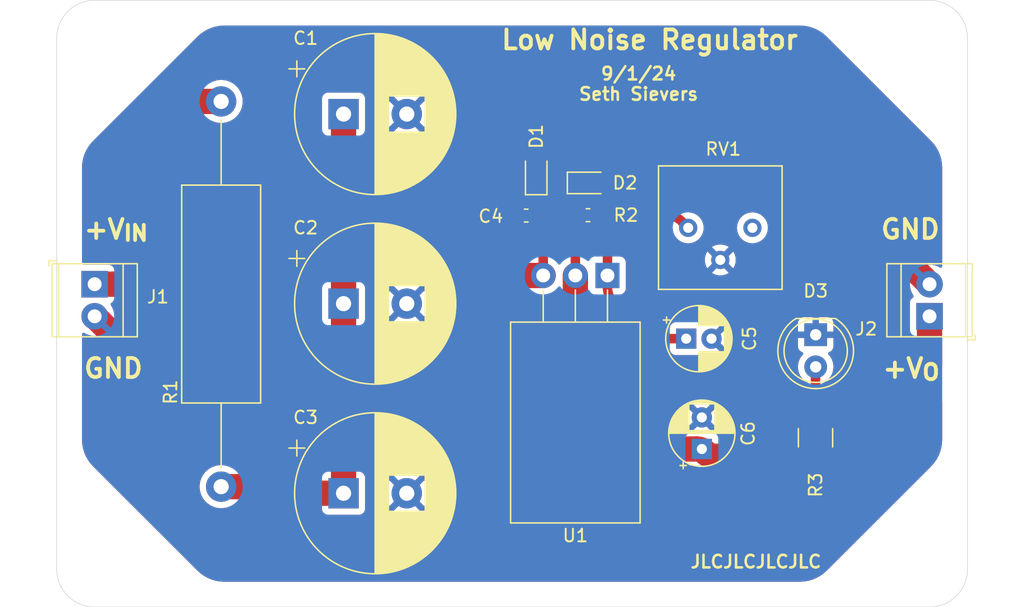
<source format=kicad_pcb>
(kicad_pcb (version 20240108) (generator "pcbnew") (generator_version "8.0")
  (title_block (title "Power Filter") (date "2024-08-31") (rev "V1.0") (company "Seth Sievers"))
  (layers (0 "F.Cu" signal) (31 "B.Cu" signal) (34 "B.Paste" user) (35 "F.Paste" user) (36 "B.SilkS" user "B.Silkscreen") (37 "F.SilkS" user "F.Silkscreen") (38 "B.Mask" user) (39 "F.Mask" user) (44 "Edge.Cuts" user))
  (net 0 "")
  (net 1 "/V_{LPF}")
  (net 2 "GND")
  (net 3 "/ADJ")
  (net 4 "/V_{OUT}")
  (net 5 "Net-(D3-A)")
  (net 6 "/V_{IN}")
  (footprint "Capacitor_SMD:C_0603_1608Metric" (layer "F.Cu") (at 103.114679 120.032183 180)
    (property "Reference" "C4" (at 2.796344 -0.054988 180) (layer "F.SilkS"))
    (property "Value" "10n (C0G)")
    (pad "1" smd roundrect (at -0.775 0 180) (size 0.9 0.95) (layers "F.Cu" "F.Paste" "F.Mask") (net 1 "/V_{LPF}"))
    (pad "2" smd roundrect (at 0.775 0 180) (size 0.9 0.95) (layers "F.Cu" "F.Paste" "F.Mask") (net 2 "GND"))
  )
  (footprint "TerminalBlock_TE-Connectivity:TerminalBlock_TE_282834-2_1x02_P2.54mm_Horizontal" (layer "F.Cu") (at 69 125.46 -90)
    (property "Reference" "J1" (at 1 -5 180) (layer "F.SilkS"))
    (property "Value" "282834-2")
    (pad "1" thru_hole rect (at 0 0 270) (size 2.1 2.1) (drill 1.1) (layers "*.Cu" "*.Mask") (net 6 "/V_{IN}"))
    (pad "2" thru_hole circle (at 2.54 0 270) (size 2.1 2.1) (drill 1.1) (layers "*.Cu" "*.Mask") (net 2 "GND"))
  )
  (footprint "Resistor_SMD:R_1210_3225Metric" (layer "F.Cu") (at 125.985966 137.6095 90)
    (property "Reference" "R3" (at -3.740851 0.011429 -90) (layer "F.SilkS"))
    (property "Value" "2.2k (TkF)")
    (pad "1" smd roundrect (at -1.4625 0 90) (size 1.125 2.65) (layers "F.Cu" "F.Paste" "F.Mask") (roundrect_rratio 0.222222) (net 4 "/V_{OUT}"))
    (pad "2" smd roundrect (at 1.4625 0 90) (size 1.125 2.65) (layers "F.Cu" "F.Paste" "F.Mask") (roundrect_rratio 0.222222) (net 5 "Net-(D3-A)"))
  )
  (footprint "Capacitor_THT:CP_Radial_D5.0mm_P2.50mm" (layer "F.Cu") (at 117 138.5 90)
    (property "Reference" "C6" (at 1.224581 3.657635 -90) (layer "F.SilkS"))
    (property "Value" "22u (EL)")
    (pad "1" thru_hole rect (at 0 0 90) (size 1.6 1.6) (drill 0.8) (layers "*.Cu" "*.Mask") (net 4 "/V_{OUT}"))
    (pad "2" thru_hole circle (at 2.5 0 90) (size 1.6 1.6) (drill 0.8) (layers "*.Cu" "*.Mask") (net 2 "GND"))
  )
  (footprint "Potentiometer_THT:Potentiometer_Bourns_3386P_Vertical" (layer "F.Cu") (at 115.92 121 -90)
    (property "Reference" "RV1" (at -6.23 -2.775 180) (layer "F.SilkS"))
    (property "Value" "4.7k")
    (pad "1" thru_hole circle (at 0 0 270) (size 1.44 1.44) (drill 0.8) (layers "*.Cu" "*.Mask") (net 3 "/ADJ"))
    (pad "2" thru_hole circle (at 2.54 -2.54 270) (size 1.44 1.44) (drill 0.8) (layers "*.Cu" "*.Mask") (net 2 "GND"))
    (pad "3" thru_hole circle (at 0 -5.08 270) (size 1.44 1.44) (drill 0.8) (layers "*.Cu" "*.Mask"))
  )
  (footprint "MountingHole:MountingHole_2.2mm_M2" (layer "F.Cu") (at 71 146)
    (property "Reference" "REF**" (hide yes))
    (property "Value" "MountingHole_2.2mm_M2")
    (pad "" np_thru_hole circle (at 0 0) (size 2.2 2.2) (drill 2.2) (layers "*.Cu" "*.Mask"))
  )
  (footprint "Package_TO_SOT_THT:TO-220-3_Horizontal_TabDown" (layer "F.Cu") (at 109.54 124.77 180)
    (property "Reference" "U1" (at 2.54 -20.58 180) (layer "F.SilkS"))
    (property "Value" "LM317_TO-220")
    (pad "1" thru_hole rect (at 0 0 180) (size 1.905 2) (drill 1.1) (layers "*.Cu" "*.Mask") (net 3 "/ADJ"))
    (pad "2" smd roundrect (at 2.5 -16.2 180) (size 10 6.5) (layers "F.Cu" "F.Paste" "F.Mask") (roundrect_rratio 0.1) (net 4 "/V_{OUT}"))
    (pad "2" thru_hole oval (at 2.54 0 180) (size 1.905 2) (drill 1.1) (layers "*.Cu" "*.Mask") (net 4 "/V_{OUT}"))
    (pad "3" thru_hole oval (at 5.08 0 180) (size 1.905 2) (drill 1.1) (layers "*.Cu" "*.Mask") (net 1 "/V_{LPF}"))
  )
  (footprint "Capacitor_SMD:C_0603_1608Metric" (layer "F.Cu") (at 108 120 180)
    (property "Reference" "R2" (at -3 0 180) (layer "F.SilkS"))
    (property "Value" "240R (TnF)")
    (pad "1" smd roundrect (at -0.775 0 180) (size 0.9 0.95) (layers "F.Cu" "F.Paste" "F.Mask") (net 3 "/ADJ"))
    (pad "2" smd roundrect (at 0.775 0 180) (size 0.9 0.95) (layers "F.Cu" "F.Paste" "F.Mask") (net 4 "/V_{OUT}"))
  )
  (footprint "Resistor_THT:R_Axial_DIN0617_L17.0mm_D6.0mm_P30.48mm_Horizontal" (layer "F.Cu") (at 79 111 -90)
    (property "Reference" "R1" (at 23 4 90) (layer "F.SilkS"))
    (property "Value" "10R")
    (pad "1" thru_hole circle (at 0 0 270) (size 2.4 2.4) (drill 1.2) (layers "*.Cu" "*.Mask") (net 6 "/V_{IN}"))
    (pad "2" thru_hole oval (at 30.48 0 270) (size 2.4 2.4) (drill 1.2) (layers "*.Cu" "*.Mask") (net 1 "/V_{LPF}"))
  )
  (footprint "Capacitor_THT:CP_Radial_D12.5mm_P5.00mm" (layer "F.Cu") (at 88.676041 142)
    (property "Reference" "C3" (at -3 -6 0) (layer "F.SilkS"))
    (property "Value" "1mF (EL)")
    (pad "1" thru_hole rect (at 0 0) (size 2.4 2.4) (drill 1.2) (layers "*.Cu" "*.Mask") (net 1 "/V_{LPF}"))
    (pad "2" thru_hole circle (at 5 0) (size 2.4 2.4) (drill 1.2) (layers "*.Cu" "*.Mask") (net 2 "GND"))
  )
  (footprint "Capacitor_THT:CP_Radial_D12.5mm_P5.00mm" (layer "F.Cu") (at 88.676041 112)
    (property "Reference" "C1" (at -3 -6 0) (layer "F.SilkS"))
    (property "Value" "1mF (EL)")
    (pad "1" thru_hole rect (at 0 0) (size 2.4 2.4) (drill 1.2) (layers "*.Cu" "*.Mask") (net 1 "/V_{LPF}"))
    (pad "2" thru_hole circle (at 5 0) (size 2.4 2.4) (drill 1.2) (layers "*.Cu" "*.Mask") (net 2 "GND"))
  )
  (footprint "MountingHole:MountingHole_2.2mm_M2" (layer "F.Cu") (at 71 108)
    (property "Reference" "REF**" (hide yes))
    (property "Value" "MountingHole_2.2mm_M2")
    (pad "" np_thru_hole circle (at 0 0) (size 2.2 2.2) (drill 2.2) (layers "*.Cu" "*.Mask"))
  )
  (footprint "LED_THT:LED_D5.0mm" (layer "F.Cu") (at 126 129.46 -90)
    (property "Reference" "D3" (at -3.46 0 180) (layer "F.SilkS"))
    (property "Value" "RED")
    (pad "1" thru_hole rect (at 0 0 270) (size 1.8 1.8) (drill 0.9) (layers "*.Cu" "*.Mask") (net 2 "GND"))
    (pad "2" thru_hole circle (at 2.54 0 270) (size 1.8 1.8) (drill 0.9) (layers "*.Cu" "*.Mask") (net 5 "Net-(D3-A)"))
  )
  (footprint "Capacitor_THT:CP_Radial_D5.0mm_P2.00mm" (layer "F.Cu") (at 115.765 129.77)
    (property "Reference" "C5" (at 5 0 90) (layer "F.SilkS"))
    (property "Value" "10u (EL)")
    (pad "1" thru_hole rect (at 0 0) (size 1.6 1.6) (drill 0.8) (layers "*.Cu" "*.Mask") (net 3 "/ADJ"))
    (pad "2" thru_hole circle (at 2 0) (size 1.6 1.6) (drill 0.8) (layers "*.Cu" "*.Mask") (net 2 "GND"))
  )
  (footprint "Capacitor_THT:CP_Radial_D12.5mm_P5.00mm" (layer "F.Cu") (at 88.676041 127)
    (property "Reference" "C2" (at -3 -6 0) (layer "F.SilkS"))
    (property "Value" "1mF (EL)")
    (pad "1" thru_hole rect (at 0 0) (size 2.4 2.4) (drill 1.2) (layers "*.Cu" "*.Mask") (net 1 "/V_{LPF}"))
    (pad "2" thru_hole circle (at 5 0) (size 2.4 2.4) (drill 1.2) (layers "*.Cu" "*.Mask") (net 2 "GND"))
  )
  (footprint "Diode_SMD:D_SOD-323" (layer "F.Cu") (at 103.907802 116.770972 90)
    (property "Reference" "D1" (at 3 0 -90) (layer "F.SilkS"))
    (property "Value" "1N4148W")
    (pad "1" smd roundrect (at -1.05 0 90) (size 0.6 0.45) (layers "F.Cu" "F.Paste" "F.Mask") (net 1 "/V_{LPF}"))
    (pad "2" smd roundrect (at 1.05 0 90) (size 0.6 0.45) (layers "F.Cu" "F.Paste" "F.Mask") (net 4 "/V_{OUT}"))
  )
  (footprint "MountingHole:MountingHole_2.2mm_M2" (layer "F.Cu") (at 133 146)
    (property "Reference" "REF**" (hide yes))
    (property "Value" "MountingHole_2.2mm_M2")
    (pad "" np_thru_hole circle (at 0 0) (size 2.2 2.2) (drill 2.2) (layers "*.Cu" "*.Mask"))
  )
  (footprint "TerminalBlock_TE-Connectivity:TerminalBlock_TE_282834-2_1x02_P2.54mm_Horizontal" (layer "F.Cu") (at 135 128 90)
    (property "Reference" "J2" (at -1 -5 0) (layer "F.SilkS"))
    (property "Value" "282834-2")
    (pad "1" thru_hole rect (at 0 0 90) (size 2.1 2.1) (drill 1.1) (layers "*.Cu" "*.Mask") (net 4 "/V_{OUT}"))
    (pad "2" thru_hole circle (at 2.54 0 90) (size 2.1 2.1) (drill 1.1) (layers "*.Cu" "*.Mask") (net 2 "GND"))
  )
  (footprint "Diode_SMD:D_SOD-323" (layer "F.Cu") (at 107.976826 117.446648)
    (property "Reference" "D2" (at 2.95 0 0) (layer "F.SilkS"))
    (property "Value" "1N4148W")
    (pad "1" smd roundrect (at -1.05 0) (size 0.6 0.45) (layers "F.Cu" "F.Paste" "F.Mask") (net 4 "/V_{OUT}"))
    (pad "2" smd roundrect (at 1.05 0) (size 0.6 0.45) (layers "F.Cu" "F.Paste" "F.Mask") (net 3 "/ADJ"))
  )
  (footprint "MountingHole:MountingHole_2.2mm_M2" (layer "F.Cu") (at 133 108)
    (property "Reference" "REF**" (hide yes))
    (property "Value" "MountingHole_2.2mm_M2")
    (pad "" np_thru_hole circle (at 0 0) (size 2.2 2.2) (drill 2.2) (layers "*.Cu" "*.Mask"))
  )
  (gr_line (start 135 151) (end 69 151) (stroke (width 0.05)) (layer "Edge.Cuts"))
  (gr_line (start 69 103) (end 135 103) (stroke (width 0.05)) (layer "Edge.Cuts"))
  (gr_line (start 138 106) (end 138 148) (stroke (width 0.05)) (layer "Edge.Cuts"))
  (gr_arc (start 138 148) (mid 137.12132 150.12132) (end 135 151) (stroke (width 0.05)) (layer "Edge.Cuts"))
  (gr_arc (start 69 151) (mid 66.87868 150.12132) (end 66 148) (stroke (width 0.05)) (layer "Edge.Cuts"))
  (gr_arc (start 135 103) (mid 137.12132 103.87868) (end 138 106) (stroke (width 0.05)) (layer "Edge.Cuts"))
  (gr_line (start 66 148) (end 66 106) (stroke (width 0.05)) (layer "Edge.Cuts"))
  (gr_arc (start 66 106) (mid 66.87868 103.87868) (end 69 103) (stroke (width 0.05)) (layer "Edge.Cuts"))
  (gr_text "Low Noise Regulator" (at 101 107 0) (layer "F.SilkS") (effects (font (size 1.5 1.5) (thickness 0.3) (bold yes)) (justify left bottom)))
  (gr_text "GND" (at 131 122 0) (layer "F.SilkS") (effects (font (size 1.5 1.5) (thickness 0.3) (bold yes)) (justify left bottom)))
  (gr_text "JLCJLCJLCJLC" (at 116 148 0) (layer "F.SilkS") (effects (font (size 1 1) (thickness 0.2) (bold yes)) (justify left bottom)))
  (gr_text "9/1/24\nSeth Sievers" (at 112 111 0) (layer "F.SilkS") (effects (font (size 1 1) (thickness 0.2) (bold yes)) (justify bottom)))
  (gr_text "+V_{O}" (at 131.137976 133 0) (layer "F.SilkS") (effects (font (size 1.5 1.5) (thickness 0.3) (bold yes)) (justify left bottom)))
  (gr_text "+V_{IN}" (at 68 122 0) (layer "F.SilkS") (effects (font (size 1.5 1.5) (thickness 0.3) (bold yes)) (justify left bottom)))
  (gr_text "GND" (at 68 133 0) (layer "F.SilkS") (effects (font (size 1.5 1.5) (thickness 0.3) (bold yes)) (justify left bottom)))
  (segment (start 92.746036 120) (end 88.676041 120) (width 2) (layer "F.Cu") (net 1))
  (segment (start 88.676041 120) (end 88.676041 112) (width 2) (layer "F.Cu") (net 1))
  (segment (start 84.367695 142) (end 88.676041 142) (width 2) (layer "F.Cu") (net 1))
  (segment (start 88.676041 127) (end 88.676041 120) (width 2) (layer "F.Cu") (net 1))
  (segment (start 102.023963 124.77) (end 104.46 124.77) (width 2) (layer "F.Cu") (net 1))
  (segment (start 103.907802 120.01406) (end 103.889679 120.032183) (width 0.75) (layer "F.Cu") (net 1))
  (segment (start 104.46 123.438361) (end 104.46 124.77) (width 0.75) (layer "F.Cu") (net 1))
  (segment (start 103.889679 122.061485) (end 103.889679 120.032183) (width 0.75) (layer "F.Cu") (net 1))
  (segment (start 83.112304 141.48) (end 79 141.48) (width 2) (layer "F.Cu") (net 1))
  (segment (start 103.907802 117.820972) (end 103.907802 120.01406) (width 0.75) (layer "F.Cu") (net 1))
  (segment (start 88.676041 142) (end 88.676041 127) (width 2) (layer "F.Cu") (net 1))
  (segment (start 96.593792 121.593792) (end 98.176207 123.176207) (width 2) (layer "F.Cu") (net 1))
  (arc (start 83.74 141.74) (mid 84.027989 141.932428) (end 84.367695 142) (width 2) (layer "F.Cu") (net 1))
  (arc (start 104.174839 122.749923) (mid 104.385889 123.065781) (end 104.46 123.438361) (width 0.75) (layer "F.Cu") (net 1))
  (arc (start 83.74 141.74) (mid 83.45201 141.547571) (end 83.112304 141.48) (width 2) (layer "F.Cu") (net 1))
  (arc (start 98.176207 123.176207) (mid 99.941572 124.355786) (end 102.023963 124.77) (width 2) (layer "F.Cu") (net 1))
  (arc (start 96.593792 121.593792) (mid 94.828426 120.414213) (end 92.746036 120) (width 2) (layer "F.Cu") (net 1))
  (arc (start 103.889679 122.061485) (mid 103.963789 122.434065) (end 104.174839 122.749923) (width 0.75) (layer "F.Cu") (net 1))
  (segment (start 135 125.46) (end 131 121.46) (width 2) (layer "F.Cu") (net 2))
  (segment (start 131 121.46) (end 131 121) (width 2) (layer "F.Cu") (net 2))
  (segment (start 69 128) (end 72 131) (width 2) (layer "F.Cu") (net 2))
  (segment (start 108.775 119.178067) (end 108.775 120) (width 0.75) (layer "F.Cu") (net 3))
  (segment (start 114.212893 120) (end 108.775 120) (width 0.75) (layer "F.Cu") (net 3))
  (segment (start 108.775 121.352888) (end 108.775 120) (width 0.75) (layer "F.Cu") (net 3))
  (segment (start 109.54 123.199761) (end 109.54 124.77) (width 0.75) (layer "F.Cu") (net 3))
  (segment (start 109.026826 118.570106) (end 109.026826 117.446648) (width 0.75) (layer "F.Cu") (net 3))
  (segment (start 109.54 125.655) (end 109.54 124.77) (width 0.75) (layer "F.Cu") (net 3))
  (segment (start 110.165789 127.165789) (end 111.711107 128.711107) (width 0.75) (layer "F.Cu") (net 3))
  (segment (start 115.42 120.5) (end 115.92 121) (width 0.75) (layer "F.Cu") (net 3))
  (segment (start 114.2675 129.77) (end 115.765 129.77) (width 0.75) (layer "F.Cu") (net 3))
  (arc (start 111.711107 128.711107) (mid 112.88399 129.494802) (end 114.2675 129.77) (width 0.75) (layer "F.Cu") (net 3))
  (arc (start 115.42 120.5) (mid 114.866174 120.129945) (end 114.212893 120) (width 0.75) (layer "F.Cu") (net 3))
  (arc (start 108.900913 118.874087) (mid 108.807723 119.013554) (end 108.775 119.178067) (width 0.75) (layer "F.Cu") (net 3))
  (arc (start 109.54 125.655) (mid 109.702637 126.472633) (end 110.165789 127.165789) (width 0.75) (layer "F.Cu") (net 3))
  (arc (start 108.775 121.352888) (mid 108.874408 121.852648) (end 109.1575 122.276325) (width 0.75) (layer "F.Cu") (net 3))
  (arc (start 109.1575 122.276325) (mid 109.440591 122.700001) (end 109.54 123.199761) (width 0.75) (layer "F.Cu") (net 3))
  (arc (start 109.026826 118.570106) (mid 108.994102 118.734619) (end 108.900913 118.874087) (width 0.75) (layer "F.Cu") (net 3))
  (segment (start 111.427264 138.5) (end 116.595534 138.5) (width 2) (layer "F.Cu") (net 4))
  (segment (start 106.160191 115.720972) (end 103.907802 115.720972) (width 0.75) (layer "F.Cu") (net 4))
  (segment (start 127.870866 139.072) (end 125.985966 139.072) (width 2) (layer "F.Cu") (net 4))
  (segment (start 107 124.77) (end 107 141.03) (width 2) (layer "F.Cu") (net 4))
  (segment (start 107.225 119.368347) (end 107.225 120) (width 0.75) (layer "F.Cu") (net 4))
  (segment (start 135 131.573803) (end 135 128) (width 2) (layer "F.Cu") (net 4))
  (segment (start 106.926826 117.446648) (end 106.926826 118.648492) (width 0.75) (layer "F.Cu") (net 4))
  (segment (start 117.976465 139.072) (end 125.985966 139.072) (width 2) (layer "F.Cu") (net 4))
  (segment (start 106.926826 117.446648) (end 106.926826 116.487606) (width 0.75) (layer "F.Cu") (net 4))
  (segment (start 107.225 121.996409) (end 107.225 120) (width 0.75) (layer "F.Cu") (net 4))
  (segment (start 108.325 139.785) (end 107.04 141.07) (width 2) (layer "F.Cu") (net 4))
  (segment (start 107.113551 122.113551) (end 107.226051 122.001051) (width 0.75) (layer "F.Cu") (net 4))
  (segment (start 107 141.03) (end 107.04 141.07) (width 2) (layer "F.Cu") (net 4))
  (segment (start 107 122.387689) (end 107 124.77) (width 0.75) (layer "F.Cu") (net 4))
  (segment (start 131.088592 137.739173) (end 133.406207 135.421559) (width 2) (layer "F.Cu") (net 4))
  (arc (start 117.286 138.786) (mid 117.602788 138.997671) (end 117.976465 139.072) (width 2) (layer "F.Cu") (net 4))
  (arc (start 117.286 138.786) (mid 116.969211 138.574328) (end 116.595534 138.5) (width 2) (layer "F.Cu") (net 4))
  (arc (start 106.702284 115.945514) (mid 106.868469 116.194227) (end 106.926826 116.487606) (width 0.75) (layer "F.Cu") (net 4))
  (arc (start 107.225 121.996409) (mid 107.225273 121.997783) (end 107.226051 121.998948) (width 0.75) (layer "F.Cu") (net 4))
  (arc (start 106.926826 118.648492) (mid 106.965572 118.843283) (end 107.075913 119.00842) (width 0.75) (layer "F.Cu") (net 4))
  (arc (start 106.702284 115.945514) (mid 106.453569 115.779328) (end 106.160191 115.720972) (width 0.75) (layer "F.Cu") (net 4))
  (arc (start 107 122.387689) (mid 107.02951 122.239326) (end 107.113551 122.113551) (width 0.75) (layer "F.Cu") (net 4))
  (arc (start 135 131.573803) (mid 134.585786 133.656193) (end 133.406207 135.421559) (width 2) (layer "F.Cu") (net 4))
  (arc (start 131.088592 137.739173) (mid 129.612287 138.725609) (end 127.870866 139.072) (width 2) (layer "F.Cu") (net 4))
  (arc (start 107.226051 121.998948) (mid 107.226486 121.999999) (end 107.226051 122.001051) (width 0.75) (layer "F.Cu") (net 4))
  (arc (start 107.075913 119.00842) (mid 107.186253 119.173556) (end 107.225 119.368347) (width 0.75) (layer "F.Cu") (net 4))
  (arc (start 111.427264 138.5) (mid 109.74833 138.83396) (end 108.325 139.785) (width 2) (layer "F.Cu") (net 4))
  (segment (start 125.985966 136.147) (end 125.985966 132.014034) (width 0.75) (layer "F.Cu") (net 5))
  (segment (start 125.985966 132.014034) (end 126 132) (width 0.75) (layer "F.Cu") (net 5))
  (segment (start 73 114.414213) (end 73 122.967624) (width 2) (layer "F.Cu") (net 6))
  (segment (start 76.414213 111) (end 79 111) (width 2) (layer "F.Cu") (net 6))
  (segment (start 70.507624 125.46) (end 69 125.46) (width 2) (layer "F.Cu") (net 6))
  (arc (start 73 122.967624) (mid 72.810279 123.921415) (end 72.27 124.73) (width 2) (layer "F.Cu") (net 6))
  (arc (start 76.414213 111) (mid 75.10765 111.259891) (end 74 112) (width 2) (layer "F.Cu") (net 6))
  (arc (start 72.27 124.73) (mid 71.461415 125.270279) (end 70.507624 125.46) (width 2) (layer "F.Cu") (net 6))
  (arc (start 74 112) (mid 73.259891 113.10765) (end 73 114.414213) (width 2) (layer "F.Cu") (net 6))
  (zone (net 4) (net_name "/V_{OUT}") (layer "F.Cu") (name "heatsink") (priority 2) (connect_pads yes (clearance 0.5)) (min_thickness 0.25) (fill yes (thermal_gap 0.5) (thermal_bridge_width 0.5) (smoothing fillet) (radius 3))
    (polygon (pts (xy 100 130) (xy 109 130) (xy 112 132) (xy 113 132) (xy 113 148) (xy 100 148)))
  )
  (zone (net 2) (net_name "GND") (layers "F&B.Cu") (connect_pads (clearance 0.5)) (min_thickness 0.25) (fill yes (thermal_gap 0.5) (thermal_bridge_width 0.5) (smoothing fillet) (radius 3))
    (polygon (pts (xy 68 115) (xy 78 105) (xy 126 105) (xy 136 115) (xy 136 139) (xy 126 149) (xy 78 149) (xy 68 139)))
  )
)
</source>
